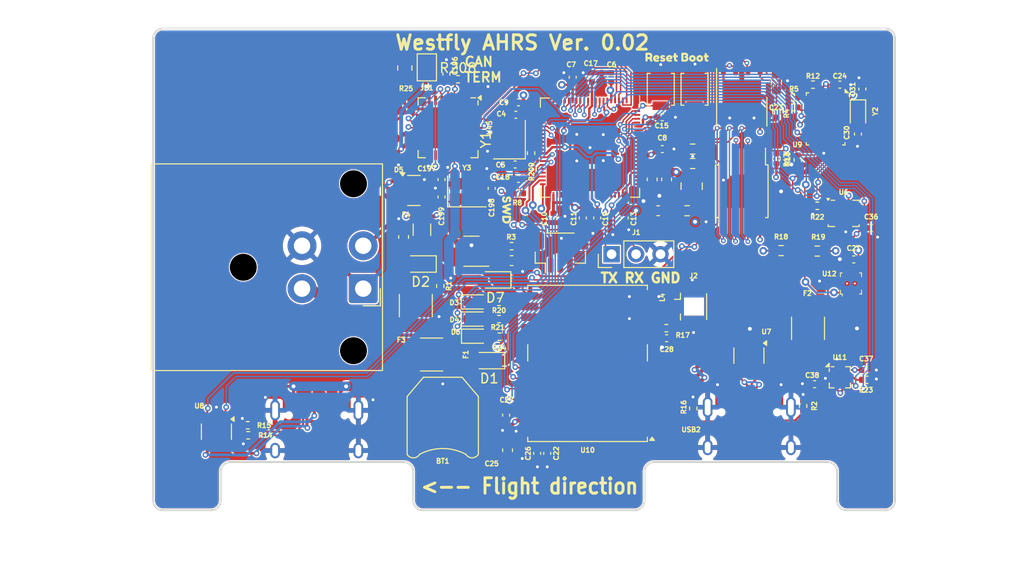
<source format=kicad_pcb>
(kicad_pcb
	(version 20241229)
	(generator "pcbnew")
	(generator_version "9.0")
	(general
		(thickness 1)
		(legacy_teardrops no)
	)
	(paper "A4")
	(title_block
		(title "Westfly AHRS")
		(date "2025-04-26")
		(rev "0.02")
		(company "Westfly")
	)
	(layers
		(0 "F.Cu" signal)
		(4 "In1.Cu" power "GND.Cu")
		(6 "In2.Cu" power "PWR.Cu")
		(2 "B.Cu" signal)
		(9 "F.Adhes" user "F.Adhesive")
		(11 "B.Adhes" user "B.Adhesive")
		(13 "F.Paste" user)
		(15 "B.Paste" user)
		(5 "F.SilkS" user "F.Silkscreen")
		(7 "B.SilkS" user "B.Silkscreen")
		(1 "F.Mask" user)
		(3 "B.Mask" user)
		(17 "Dwgs.User" user "User.Drawings")
		(19 "Cmts.User" user "User.Comments")
		(21 "Eco1.User" user "User.Eco1")
		(23 "Eco2.User" user "User.Eco2")
		(25 "Edge.Cuts" user)
		(27 "Margin" user)
		(31 "F.CrtYd" user "F.Courtyard")
		(29 "B.CrtYd" user "B.Courtyard")
		(35 "F.Fab" user)
		(33 "B.Fab" user)
	)
	(setup
		(stackup
			(layer "F.SilkS"
				(type "Top Silk Screen")
				(color "White")
			)
			(layer "F.Paste"
				(type "Top Solder Paste")
			)
			(layer "F.Mask"
				(type "Top Solder Mask")
				(color "Green")
				(thickness 0.01)
			)
			(layer "F.Cu"
				(type "copper")
				(thickness 0.035)
			)
			(layer "dielectric 1"
				(type "prepreg")
				(color "FR4 natural")
				(thickness 0.1)
				(material "FR4")
				(epsilon_r 4.5)
				(loss_tangent 0.02)
			)
			(layer "In1.Cu"
				(type "copper")
				(thickness 0.035)
			)
			(layer "dielectric 2"
				(type "core")
				(color "FR4 natural")
				(thickness 0.64)
				(material "FR4")
				(epsilon_r 4.5)
				(loss_tangent 0.02)
			)
			(layer "In2.Cu"
				(type "copper")
				(thickness 0.035)
			)
			(layer "dielectric 3"
				(type "prepreg")
				(color "FR4 natural")
				(thickness 0.1)
				(material "FR4")
				(epsilon_r 4.5)
				(loss_tangent 0.02)
			)
			(layer "B.Cu"
				(type "copper")
				(thickness 0.035)
			)
			(layer "B.Mask"
				(type "Bottom Solder Mask")
				(color "Green")
				(thickness 0.01)
			)
			(layer "B.Paste"
				(type "Bottom Solder Paste")
			)
			(layer "B.SilkS"
				(type "Bottom Silk Screen")
				(color "White")
			)
			(copper_finish "None")
			(dielectric_constraints no)
			(castellated_pads yes)
		)
		(pad_to_mask_clearance 0)
		(allow_soldermask_bridges_in_footprints no)
		(tenting front back)
		(pcbplotparams
			(layerselection 0x00000000_00000000_55555555_5755f5ff)
			(plot_on_all_layers_selection 0x00000000_00000000_00000000_00000000)
			(disableapertmacros no)
			(usegerberextensions yes)
			(usegerberattributes yes)
			(usegerberadvancedattributes yes)
			(creategerberjobfile no)
			(dashed_line_dash_ratio 12.000000)
			(dashed_line_gap_ratio 3.000000)
			(svgprecision 4)
			(plotframeref no)
			(mode 1)
			(useauxorigin no)
			(hpglpennumber 1)
			(hpglpenspeed 20)
			(hpglpendiameter 15.000000)
			(pdf_front_fp_property_popups yes)
			(pdf_back_fp_property_popups yes)
			(pdf_metadata yes)
			(pdf_single_document no)
			(dxfpolygonmode yes)
			(dxfimperialunits yes)
			(dxfusepcbnewfont yes)
			(psnegative no)
			(psa4output no)
			(plot_black_and_white yes)
			(sketchpadsonfab no)
			(plotpadnumbers no)
			(hidednponfab no)
			(sketchdnponfab yes)
			(crossoutdnponfab yes)
			(subtractmaskfromsilk no)
			(outputformat 1)
			(mirror no)
			(drillshape 0)
			(scaleselection 1)
			(outputdirectory "gerb")
		)
	)
	(net 0 "")
	(net 1 "+3V3")
	(net 2 "GND")
	(net 3 "+5V")
	(net 4 "/~{RESET}")
	(net 5 "/USB_D-")
	(net 6 "/USB_D+")
	(net 7 "/SWDIO")
	(net 8 "/SWCLK")
	(net 9 "Net-(U45-OSC1)")
	(net 10 "/LED1")
	(net 11 "Net-(U45-OSC2)")
	(net 12 "/CAN_RESET")
	(net 13 "/LED2")
	(net 14 "/LED3")
	(net 15 "/~{QSPI_CS_{1}}")
	(net 16 "/SCL")
	(net 17 "/CAN_CS")
	(net 18 "/GPIO22")
	(net 19 "/GPIO40")
	(net 20 "/GPIO23")
	(net 21 "/GPIO20")
	(net 22 "/GPIO37")
	(net 23 "/GPIO41")
	(net 24 "/GPIO21")
	(net 25 "/GPIO38")
	(net 26 "/SDA")
	(net 27 "/GPIO35")
	(net 28 "/GPIO18")
	(net 29 "/RX0")
	(net 30 "/GPIO44")
	(net 31 "/GPIO43")
	(net 32 "/GPIO36")
	(net 33 "/GPIO42")
	(net 34 "/BL_IND_055")
	(net 35 "/GPIO17")
	(net 36 "/GPIO19")
	(net 37 "/GPIO39")
	(net 38 "/GPIO46")
	(net 39 "/GPIO47")
	(net 40 "/GPIO45")
	(net 41 "/TX0")
	(net 42 "Net-(U9-CAP)")
	(net 43 "/INT_LIS")
	(net 44 "/RST_055")
	(net 45 "/INT_055")
	(net 46 "/INT1_LSM")
	(net 47 "/GPIO34")
	(net 48 "/GPIO33")
	(net 49 "/RX1")
	(net 50 "/TX1")
	(net 51 "/GPIO26")
	(net 52 "/INT2_LSM")
	(net 53 "/GPIO27")
	(net 54 "/GPIO29")
	(net 55 "/GPIO28")
	(net 56 "/VIN")
	(net 57 "Net-(U5-XIN)")
	(net 58 "Net-(U5-XOUT)")
	(net 59 "+1.1V")
	(net 60 "Net-(U5-VREG_XL)")
	(net 61 "/~{QSPI_CS_{0}}")
	(net 62 "/D-")
	(net 63 "/D+")
	(net 64 "/BOOTSEL")
	(net 65 "/QSPI_SD0")
	(net 66 "/QSPI_SD2")
	(net 67 "/QSPI_SD3")
	(net 68 "/QSPI_SD1")
	(net 69 "/QSPI_SCLK")
	(net 70 "unconnected-(U3-NC-Pad4)")
	(net 71 "/LDO_EN")
	(net 72 "Net-(U5-VREG_AVDD)")
	(net 73 "/CAN_L")
	(net 74 "/CAN_H")
	(net 75 "Net-(U9-XOUT32)")
	(net 76 "Net-(U9-XIN32)")
	(net 77 "unconnected-(U6-SDX-Pad2)")
	(net 78 "unconnected-(U6-SDO_Aux-Pad11)")
	(net 79 "unconnected-(U6-OCS_Aux-Pad10)")
	(net 80 "unconnected-(U6-SCX-Pad3)")
	(net 81 "Net-(U11-C1)")
	(net 82 "Net-(U6-SDO{slash}SA0)")
	(net 83 "Net-(U11-SDO{slash}SA1)")
	(net 84 "Net-(U9-PS0)")
	(net 85 "Net-(U9-PS1)")
	(net 86 "Net-(U9-COM3)")
	(net 87 "unconnected-(U9-PIN24-Pad24)")
	(net 88 "/DRDY")
	(net 89 "unconnected-(U9-PIN12-Pad12)")
	(net 90 "Net-(J2-In)")
	(net 91 "Net-(U8-VBUS)")
	(net 92 "Net-(USB1-DN1)")
	(net 93 "Net-(USB1-DP1)")
	(net 94 "unconnected-(USB1-SBU2-Pad3)")
	(net 95 "unconnected-(USB1-SBU1-Pad9)")
	(net 96 "Net-(USB2-DN1)")
	(net 97 "unconnected-(USB2-SBU1-Pad9)")
	(net 98 "unconnected-(USB2-SBU2-Pad3)")
	(net 99 "Net-(BT1-+)")
	(net 100 "unconnected-(U9-PIN15-Pad15)")
	(net 101 "unconnected-(U9-PIN16-Pad16)")
	(net 102 "unconnected-(U9-PIN13-Pad13)")
	(net 103 "unconnected-(U9-PIN23-Pad23)")
	(net 104 "unconnected-(U9-PIN22-Pad22)")
	(net 105 "unconnected-(U9-PIN8-Pad8)")
	(net 106 "unconnected-(U9-PIN21-Pad21)")
	(net 107 "unconnected-(U9-PIN1-Pad1)")
	(net 108 "unconnected-(U9-PIN7-Pad7)")
	(net 109 "Net-(USB1-CC2)")
	(net 110 "Net-(USB1-CC1)")
	(net 111 "Net-(USB2-CC2)")
	(net 112 "Net-(USB2-CC1)")
	(net 113 "Net-(C28-Pad1)")
	(net 114 "Net-(U10-VDD_USB)")
	(net 115 "Net-(U7-VBUS)")
	(net 116 "Net-(U10-VCC_RF)")
	(net 117 "Net-(U10-USB_DP)")
	(net 118 "Net-(U10-USB_DM)")
	(net 119 "unconnected-(U10-TIMEPULSE-Pad3)")
	(net 120 "unconnected-(U10-RESERVED-Pad16)")
	(net 121 "unconnected-(U10-LNA_EN-Pad14)")
	(net 122 "unconnected-(U10-D_SEL-Pad2)")
	(net 123 "unconnected-(U10-RESERVED-Pad17)")
	(net 124 "unconnected-(U10-EXTINT-Pad4)")
	(net 125 "unconnected-(U10-RESERVED-Pad15)")
	(net 126 "unconnected-(U10-~{RESET}-Pad8)")
	(net 127 "unconnected-(U10-~{SAFEBOOT}-Pad1)")
	(net 128 "unconnected-(U12-INT-Pad2)")
	(net 129 "Net-(D3-A)")
	(net 130 "Net-(D4-A)")
	(net 131 "Net-(D6-A)")
	(net 132 "Net-(D1-A)")
	(net 133 "/OUT3.3")
	(net 134 "Net-(USB2-DP1)")
	(net 135 "Net-(JP1-B)")
	(net 136 "Net-(D2-A)")
	(net 137 "Net-(J3-Pin_4)")
	(net 138 "/CAN_SI")
	(net 139 "/CAN_SO")
	(net 140 "/CAN_SCK")
	(net 141 "/CAN_INT")
	(net 142 "unconnected-(U45-~{Rx0BF}-Pad24)")
	(net 143 "unconnected-(U45-~{Tx1RTS}-Pad8)")
	(net 144 "Net-(U45-RXD)")
	(net 145 "unconnected-(U45-~{Rx1BF}-Pad23)")
	(net 146 "unconnected-(U45-~{Tx2RTS}-Pad9)")
	(net 147 "Net-(U45-TXD)")
	(net 148 "unconnected-(U45-~{Tx0RTS}-Pad7)")
	(net 149 "unconnected-(U45-NC-Pad14)")
	(net 150 "unconnected-(U45-NC-Pad17)")
	(net 151 "unconnected-(U45-CLKOUT-Pad6)")
	(net 152 "unconnected-(U12-NC-Pad7)")
	(net 153 "unconnected-(U12-NC-Pad7)_1")
	(net 154 "unconnected-(U12-NC-Pad7)_2")
	(net 155 "unconnected-(U45-NC-Pad29)")
	(net 156 "unconnected-(J5-PadMP)")
	(net 157 "unconnected-(J5-PadMP)_1")
	(net 158 "Net-(C5-Pad1)")
	(footprint "Capacitor_SMD:C_0402_1005Metric" (layer "F.Cu") (at 227.2792 80.8228))
	(footprint "Crystal:Crystal_SMD_SeikoEpson_FA238-4Pin_3.2x2.5mm" (layer "F.Cu") (at 188.552 91.91))
	(footprint "Westfly:HRO-TYPE-C-31-M-12" (layer "F.Cu") (at 172.974 121.412))
	(footprint "Westfly:Fuse_1206_3216Metric" (layer "F.Cu") (at 183.896 95.885 -90))
	(footprint "Capacitor_SMD:C_0603_1608Metric" (layer "F.Cu") (at 181.991 96.634 -90))
	(footprint "Capacitor_SMD:C_0402_1005Metric" (layer "F.Cu") (at 204.9448 94.661 -90))
	(footprint "Capacitor_SMD:C_1812_4532Metric" (layer "F.Cu") (at 183.261 103.759 -90))
	(footprint "Westfly:HRO-TYPE-C-31-M-12" (layer "F.Cu") (at 217.876 121.0866))
	(footprint "Resistor_SMD:R_0402_1005Metric" (layer "F.Cu") (at 223.466 114.1796 -90))
	(footprint "Resistor_SMD:R_0402_1005Metric" (layer "F.Cu") (at 212.0614 114.4336 -90))
	(footprint "Capacitor_SMD:C_0402_1005Metric" (layer "F.Cu") (at 230.533 95.7098))
	(footprint "Capacitor_SMD:C_1812_4532Metric" (layer "F.Cu") (at 184.894 108.839 180))
	(footprint "Resistor_SMD:R_0603_1608Metric" (layer "F.Cu") (at 220.6948 80.586 -90))
	(footprint "Connector_JST:JST_SH_BM03B-SRSS-TB_1x03-1MP_P1.00mm_Vertical" (layer "F.Cu") (at 198.263 98.243))
	(footprint "Resistor_SMD:R_0603_1608Metric" (layer "F.Cu") (at 224.9392 98.1014 180))
	(footprint "Diode_SMD:D_SOD-323" (layer "F.Cu") (at 183.768 99.441 180))
	(footprint "Capacitor_SMD:C_0402_1005Metric" (layer "F.Cu") (at 224.6598 111.919 180))
	(footprint "Resistor_SMD:R_0402_1005Metric" (layer "F.Cu") (at 187.645 80.264))
	(footprint "Button_Switch_SMD:SW_SPST_B3U-1000P" (layer "F.Cu") (at 208.6864 81.3072 -90))
	(footprint "Package_DFN_QFN:QFN-28-1EP_6x6mm_P0.65mm_EP4.25x4.25mm" (layer "F.Cu") (at 186.6065 85.299 -90))
	(footprint "Resistor_SMD:R_0603_1608Metric" (layer "F.Cu") (at 221.18 98.0506))
	(footprint "Battery:BatteryHolder_Keystone_2998_1x6.8mm" (layer "F.Cu") (at 186.055 115.697 180))
	(footprint "Jumper:SolderJumper-2_P1.3mm_Open_TrianglePad1.0x1.5mm" (layer "F.Cu") (at 184.404 79.031 90))
	(footprint "RF_GPS:ublox_NEO" (layer "F.Cu") (at 201.0886 109.76 180))
	(footprint "Resistor_SMD:R_0402_1005Metric" (layer "F.Cu") (at 230.0446 111.4618))
	(footprint "Inductor_SMD:L_Wuerth_MAPI-2512" (layer "F.Cu") (at 211.8948 91.361 -90))
	(footprint "Capacitor_SMD:C_0402_1005Metric" (layer "F.Cu") (at 229.1588 85.9536 -90))
	(footprint "Resistor_SMD:R_0402_1005Metric" (layer "F.Cu") (at 222.4024 82.1436 180))
	(footprint "Westfly:UDFN-6-1EP_2x2mm_USON" (layer "F.Cu") (at 228.4294 101.4644 90))
	(footprint "Package_TO_SOT_SMD:SOT-23-5" (layer "F.Cu") (at 189.0407 98.1154 180))
	(footprint "Capacitor_SMD:C_0402_1005Metric" (layer "F.Cu") (at 185.928 92.484 90))
	(footprint "Capacitor_SMD:C_0603_1608Metric" (layer "F.Cu") (at 193.2032 99.0904))
	(footprint "Diode_SMD:D_SOD-323" (layer "F.Cu") (at 191.516 101.092 180))
	(footprint "Resistor_SMD:R_0402_1005Metric"
		(layer "F.Cu")
		(uuid "51c79e2b-81e0-4411-973a-1cec57a4e4ab")
		(at 224.9392 93.4024 180)
		(descr "Resistor SMD 0402 (1005 Metric), square (rectangular) end terminal, IPC_7351 nominal, (Body size source: IPC-SM-782 page 72, https://www.pcb-3d.com/wordpress/wp-content/uploads/ipc-sm-782a_amendment_1_and_2.pdf), generated with kicad-footprint-generator")
		(tags "resistor")
		(property "Reference" "R22"
			(at 0 -1.17 0)
			(layer "F.SilkS")
			(uuid "7e9e0180-395d-4b55-801d-064f19c8856b")
			(effects
				(font
					(size 0.5 0.5)
					(thickness 0.15)
				)
			)
		)
		(property "Value" "100K"
			(at 0 1.17 0)
			(la
... [1516323 chars truncated]
</source>
